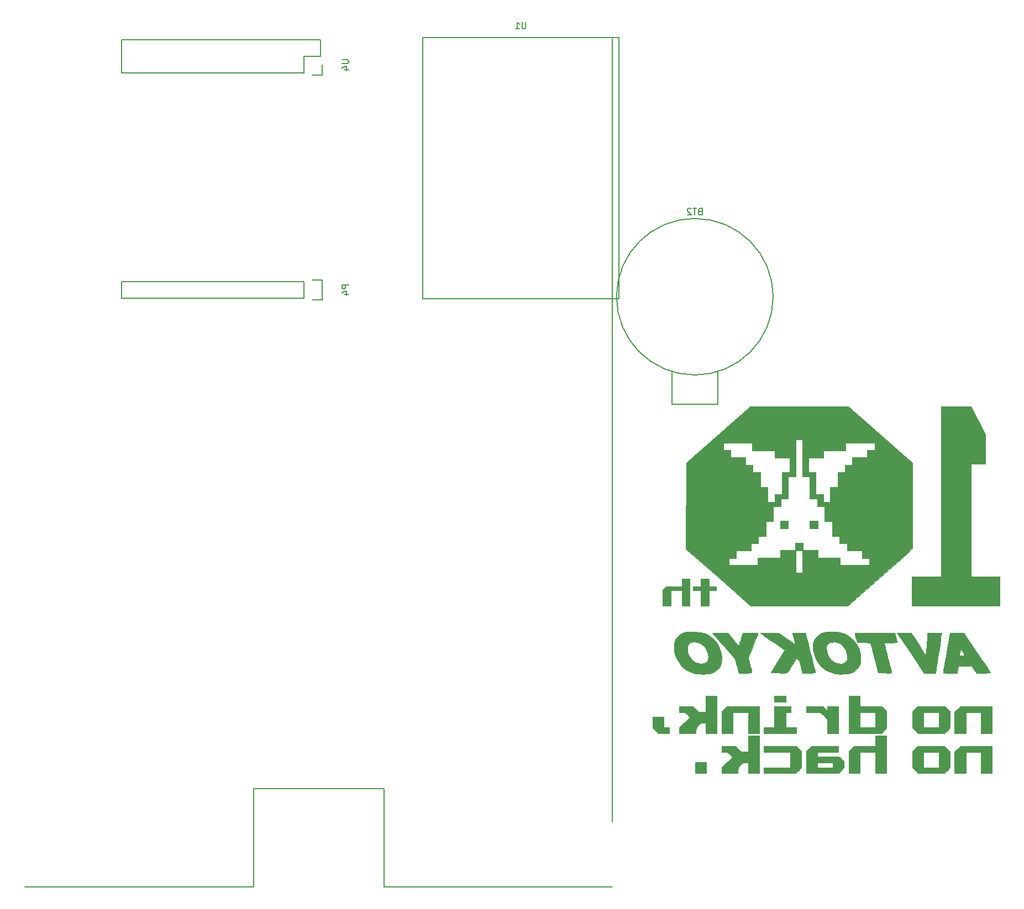
<source format=gbr>
G04 #@! TF.FileFunction,Legend,Bot*
%FSLAX46Y46*%
G04 Gerber Fmt 4.6, Leading zero omitted, Abs format (unit mm)*
G04 Created by KiCad (PCBNEW 4.0.2+dfsg1-stable) date 2017年10月10日 18時50分28秒*
%MOMM*%
G01*
G04 APERTURE LIST*
%ADD10C,0.100000*%
%ADD11C,0.200000*%
%ADD12C,0.010000*%
%ADD13C,0.150000*%
G04 APERTURE END LIST*
D10*
D11*
X181085600Y-156244800D02*
X181085600Y-36244800D01*
X146085600Y-166244800D02*
X181085600Y-166244800D01*
X146085600Y-151244800D02*
X146085600Y-166244800D01*
X126085600Y-151244800D02*
X146085600Y-151244800D01*
X126085600Y-166244800D02*
X126085600Y-151244800D01*
X91085600Y-166244800D02*
X126085600Y-166244800D01*
D12*
G36*
X233950541Y-145107296D02*
X233508933Y-145554458D01*
X233508933Y-148808800D01*
X235286933Y-148808800D01*
X235286933Y-145591467D01*
X237572933Y-145591467D01*
X237572933Y-148808800D01*
X239266267Y-148808800D01*
X239266267Y-144660133D01*
X234392149Y-144660133D01*
X233950541Y-145107296D01*
X233950541Y-145107296D01*
G37*
X233950541Y-145107296D02*
X233508933Y-145554458D01*
X233508933Y-148808800D01*
X235286933Y-148808800D01*
X235286933Y-145591467D01*
X237572933Y-145591467D01*
X237572933Y-148808800D01*
X239266267Y-148808800D01*
X239266267Y-144660133D01*
X234392149Y-144660133D01*
X233950541Y-145107296D01*
G36*
X227074267Y-145470283D02*
X227074267Y-148010832D01*
X227884417Y-148808800D01*
X232033632Y-148808800D01*
X232831600Y-147998650D01*
X232831600Y-145591467D01*
X231138267Y-145591467D01*
X231138267Y-147962133D01*
X228767600Y-147962133D01*
X228767600Y-145591467D01*
X231138267Y-145591467D01*
X232831600Y-145591467D01*
X232831600Y-145543349D01*
X232384438Y-145101741D01*
X231937275Y-144660133D01*
X227872235Y-144660133D01*
X227074267Y-145470283D01*
X227074267Y-145470283D01*
G37*
X227074267Y-145470283D02*
X227074267Y-148010832D01*
X227884417Y-148808800D01*
X232033632Y-148808800D01*
X232831600Y-147998650D01*
X232831600Y-145591467D01*
X231138267Y-145591467D01*
X231138267Y-147962133D01*
X228767600Y-147962133D01*
X228767600Y-145591467D01*
X231138267Y-145591467D01*
X232831600Y-145591467D01*
X232831600Y-145543349D01*
X232384438Y-145101741D01*
X231937275Y-144660133D01*
X227872235Y-144660133D01*
X227074267Y-145470283D01*
G36*
X221401600Y-144660133D02*
X218135568Y-144660133D01*
X217337600Y-145470283D01*
X217337600Y-148808800D01*
X219030933Y-148808800D01*
X219030933Y-145591467D01*
X221401600Y-145591467D01*
X221401600Y-148808800D01*
X223094933Y-148808800D01*
X223094933Y-143051467D01*
X221401600Y-143051467D01*
X221401600Y-144660133D01*
X221401600Y-144660133D01*
G37*
X221401600Y-144660133D02*
X218135568Y-144660133D01*
X217337600Y-145470283D01*
X217337600Y-148808800D01*
X219030933Y-148808800D01*
X219030933Y-145591467D01*
X221401600Y-145591467D01*
X221401600Y-148808800D01*
X223094933Y-148808800D01*
X223094933Y-143051467D01*
X221401600Y-143051467D01*
X221401600Y-144660133D01*
G36*
X210818267Y-145470283D02*
X210818267Y-148808800D01*
X215777632Y-148808800D01*
X216176616Y-148403725D01*
X216391433Y-148176042D01*
X216511031Y-148004274D01*
X216563133Y-147827897D01*
X216575464Y-147586385D01*
X216575600Y-147532709D01*
X216567754Y-147274653D01*
X216550398Y-147200133D01*
X214882267Y-147200133D01*
X214882267Y-147962133D01*
X212511600Y-147962133D01*
X212511600Y-147200133D01*
X214882267Y-147200133D01*
X216550398Y-147200133D01*
X216525558Y-147093488D01*
X216421029Y-146929461D01*
X216226184Y-146722822D01*
X216170525Y-146667784D01*
X215765450Y-146268800D01*
X212511600Y-146268800D01*
X212511600Y-145591467D01*
X215728933Y-145591467D01*
X215728933Y-144660133D01*
X211616235Y-144660133D01*
X210818267Y-145470283D01*
X210818267Y-145470283D01*
G37*
X210818267Y-145470283D02*
X210818267Y-148808800D01*
X215777632Y-148808800D01*
X216176616Y-148403725D01*
X216391433Y-148176042D01*
X216511031Y-148004274D01*
X216563133Y-147827897D01*
X216575464Y-147586385D01*
X216575600Y-147532709D01*
X216567754Y-147274653D01*
X216550398Y-147200133D01*
X214882267Y-147200133D01*
X214882267Y-147962133D01*
X212511600Y-147962133D01*
X212511600Y-147200133D01*
X214882267Y-147200133D01*
X216550398Y-147200133D01*
X216525558Y-147093488D01*
X216421029Y-146929461D01*
X216226184Y-146722822D01*
X216170525Y-146667784D01*
X215765450Y-146268800D01*
X212511600Y-146268800D01*
X212511600Y-145591467D01*
X215728933Y-145591467D01*
X215728933Y-144660133D01*
X211616235Y-144660133D01*
X210818267Y-145470283D01*
G36*
X204298933Y-145591467D02*
X208362933Y-145591467D01*
X208362933Y-147962133D01*
X204298933Y-147962133D01*
X204298933Y-148808800D01*
X209258299Y-148808800D01*
X210056267Y-147998650D01*
X210056267Y-145458101D01*
X209246117Y-144660133D01*
X204298933Y-144660133D01*
X204298933Y-145591467D01*
X204298933Y-145591467D01*
G37*
X204298933Y-145591467D02*
X208362933Y-145591467D01*
X208362933Y-147962133D01*
X204298933Y-147962133D01*
X204298933Y-148808800D01*
X209258299Y-148808800D01*
X210056267Y-147998650D01*
X210056267Y-145458101D01*
X209246117Y-144660133D01*
X204298933Y-144660133D01*
X204298933Y-145591467D01*
G36*
X201928267Y-145506800D02*
X200778901Y-145506800D01*
X200361933Y-145083467D01*
X199944966Y-144660133D01*
X197864267Y-144660133D01*
X197864267Y-145591467D01*
X198269972Y-145591467D01*
X198508164Y-145603469D01*
X198684955Y-145659323D01*
X198861185Y-145788798D01*
X199050526Y-145973410D01*
X199425376Y-146355354D01*
X198644821Y-147139168D01*
X197864267Y-147922981D01*
X197864267Y-148808800D01*
X200319600Y-148808800D01*
X200319600Y-148403450D01*
X200330610Y-148172446D01*
X200382665Y-147999268D01*
X200504308Y-147827245D01*
X200724077Y-147599706D01*
X200724675Y-147599117D01*
X200957584Y-147381450D01*
X201134234Y-147261278D01*
X201311707Y-147210287D01*
X201529008Y-147200133D01*
X201928267Y-147200133D01*
X201928267Y-148808800D01*
X203621600Y-148808800D01*
X203621600Y-143051467D01*
X201928267Y-143051467D01*
X201928267Y-145506800D01*
X201928267Y-145506800D01*
G37*
X201928267Y-145506800D02*
X200778901Y-145506800D01*
X200361933Y-145083467D01*
X199944966Y-144660133D01*
X197864267Y-144660133D01*
X197864267Y-145591467D01*
X198269972Y-145591467D01*
X198508164Y-145603469D01*
X198684955Y-145659323D01*
X198861185Y-145788798D01*
X199050526Y-145973410D01*
X199425376Y-146355354D01*
X198644821Y-147139168D01*
X197864267Y-147922981D01*
X197864267Y-148808800D01*
X200319600Y-148808800D01*
X200319600Y-148403450D01*
X200330610Y-148172446D01*
X200382665Y-147999268D01*
X200504308Y-147827245D01*
X200724077Y-147599706D01*
X200724675Y-147599117D01*
X200957584Y-147381450D01*
X201134234Y-147261278D01*
X201311707Y-147210287D01*
X201529008Y-147200133D01*
X201928267Y-147200133D01*
X201928267Y-148808800D01*
X203621600Y-148808800D01*
X203621600Y-143051467D01*
X201928267Y-143051467D01*
X201928267Y-145506800D01*
G36*
X193800267Y-148808800D02*
X195493600Y-148808800D01*
X195493600Y-147115467D01*
X193800267Y-147115467D01*
X193800267Y-148808800D01*
X193800267Y-148808800D01*
G37*
X193800267Y-148808800D02*
X195493600Y-148808800D01*
X195493600Y-147115467D01*
X193800267Y-147115467D01*
X193800267Y-148808800D01*
G36*
X233950541Y-139011296D02*
X233508933Y-139458458D01*
X233508933Y-142712800D01*
X235286933Y-142712800D01*
X235286933Y-139495467D01*
X237572933Y-139495467D01*
X237572933Y-142712800D01*
X239266267Y-142712800D01*
X239266267Y-138564133D01*
X234392149Y-138564133D01*
X233950541Y-139011296D01*
X233950541Y-139011296D01*
G37*
X233950541Y-139011296D02*
X233508933Y-139458458D01*
X233508933Y-142712800D01*
X235286933Y-142712800D01*
X235286933Y-139495467D01*
X237572933Y-139495467D01*
X237572933Y-142712800D01*
X239266267Y-142712800D01*
X239266267Y-138564133D01*
X234392149Y-138564133D01*
X233950541Y-139011296D01*
G36*
X227074267Y-139374283D02*
X227074267Y-141914832D01*
X227884417Y-142712800D01*
X232033632Y-142712800D01*
X232831600Y-141902650D01*
X232831600Y-139495467D01*
X231138267Y-139495467D01*
X231138267Y-141781467D01*
X228767600Y-141781467D01*
X228767600Y-139495467D01*
X231138267Y-139495467D01*
X232831600Y-139495467D01*
X232831600Y-139362101D01*
X232021450Y-138564133D01*
X227872235Y-138564133D01*
X227074267Y-139374283D01*
X227074267Y-139374283D01*
G37*
X227074267Y-139374283D02*
X227074267Y-141914832D01*
X227884417Y-142712800D01*
X232033632Y-142712800D01*
X232831600Y-141902650D01*
X232831600Y-139495467D01*
X231138267Y-139495467D01*
X231138267Y-141781467D01*
X228767600Y-141781467D01*
X228767600Y-139495467D01*
X231138267Y-139495467D01*
X232831600Y-139495467D01*
X232831600Y-139362101D01*
X232021450Y-138564133D01*
X227872235Y-138564133D01*
X227074267Y-139374283D01*
G36*
X217337600Y-142712800D02*
X222296966Y-142712800D01*
X222695950Y-142307725D01*
X223094933Y-141902650D01*
X223094933Y-139495467D01*
X221401600Y-139495467D01*
X221401600Y-141781467D01*
X219030933Y-141781467D01*
X219030933Y-139495467D01*
X221401600Y-139495467D01*
X223094933Y-139495467D01*
X223094933Y-139362101D01*
X222689859Y-138963117D01*
X222284784Y-138564133D01*
X219030933Y-138564133D01*
X219030933Y-136955467D01*
X217337600Y-136955467D01*
X217337600Y-142712800D01*
X217337600Y-142712800D01*
G37*
X217337600Y-142712800D02*
X222296966Y-142712800D01*
X222695950Y-142307725D01*
X223094933Y-141902650D01*
X223094933Y-139495467D01*
X221401600Y-139495467D01*
X221401600Y-141781467D01*
X219030933Y-141781467D01*
X219030933Y-139495467D01*
X221401600Y-139495467D01*
X223094933Y-139495467D01*
X223094933Y-139362101D01*
X222689859Y-138963117D01*
X222284784Y-138564133D01*
X219030933Y-138564133D01*
X219030933Y-136955467D01*
X217337600Y-136955467D01*
X217337600Y-142712800D01*
G36*
X214035600Y-139276723D02*
X213309524Y-138564133D01*
X210818267Y-138564133D01*
X210818267Y-139495467D01*
X212897142Y-139495467D01*
X213466371Y-140069091D01*
X214035600Y-140642716D01*
X214035600Y-142712800D01*
X215728933Y-142712800D01*
X215728933Y-138564133D01*
X214035600Y-138564133D01*
X214035600Y-139276723D01*
X214035600Y-139276723D01*
G37*
X214035600Y-139276723D02*
X213309524Y-138564133D01*
X210818267Y-138564133D01*
X210818267Y-139495467D01*
X212897142Y-139495467D01*
X213466371Y-140069091D01*
X214035600Y-140642716D01*
X214035600Y-142712800D01*
X215728933Y-142712800D01*
X215728933Y-138564133D01*
X214035600Y-138564133D01*
X214035600Y-139276723D01*
G36*
X205907600Y-141781467D02*
X204298933Y-141781467D01*
X204298933Y-142712800D01*
X209294267Y-142712800D01*
X209294267Y-141781467D01*
X207685600Y-141781467D01*
X207685600Y-139495467D01*
X208447600Y-139495467D01*
X208447600Y-138564133D01*
X205907600Y-138564133D01*
X205907600Y-141781467D01*
X205907600Y-141781467D01*
G37*
X205907600Y-141781467D02*
X204298933Y-141781467D01*
X204298933Y-142712800D01*
X209294267Y-142712800D01*
X209294267Y-141781467D01*
X207685600Y-141781467D01*
X207685600Y-139495467D01*
X208447600Y-139495467D01*
X208447600Y-138564133D01*
X205907600Y-138564133D01*
X205907600Y-141781467D01*
G36*
X197864267Y-139374283D02*
X197864267Y-142712800D01*
X199557600Y-142712800D01*
X199557600Y-139495467D01*
X201928267Y-139495467D01*
X201928267Y-142712800D01*
X203621600Y-142712800D01*
X203621600Y-138564133D01*
X198662235Y-138564133D01*
X197864267Y-139374283D01*
X197864267Y-139374283D01*
G37*
X197864267Y-139374283D02*
X197864267Y-142712800D01*
X199557600Y-142712800D01*
X199557600Y-139495467D01*
X201928267Y-139495467D01*
X201928267Y-142712800D01*
X203621600Y-142712800D01*
X203621600Y-138564133D01*
X198662235Y-138564133D01*
X197864267Y-139374283D01*
G36*
X195408933Y-139410800D02*
X194259568Y-139410800D01*
X193842600Y-138987467D01*
X193425632Y-138564133D01*
X191344933Y-138564133D01*
X191344933Y-139495467D01*
X191750639Y-139495467D01*
X191988830Y-139507469D01*
X192165622Y-139563323D01*
X192341852Y-139692798D01*
X192531193Y-139877410D01*
X192906043Y-140259354D01*
X192125488Y-141043168D01*
X191344933Y-141826981D01*
X191344933Y-142712800D01*
X193884933Y-142712800D01*
X193884933Y-142307450D01*
X193895943Y-142076446D01*
X193947999Y-141903268D01*
X194069641Y-141731245D01*
X194289411Y-141503706D01*
X194290008Y-141503117D01*
X194527968Y-141282518D01*
X194709705Y-141161600D01*
X194889648Y-141111866D01*
X195052008Y-141104133D01*
X195408933Y-141104133D01*
X195408933Y-142712800D01*
X197102267Y-142712800D01*
X197102267Y-136955467D01*
X195408933Y-136955467D01*
X195408933Y-139410800D01*
X195408933Y-139410800D01*
G37*
X195408933Y-139410800D02*
X194259568Y-139410800D01*
X193842600Y-138987467D01*
X193425632Y-138564133D01*
X191344933Y-138564133D01*
X191344933Y-139495467D01*
X191750639Y-139495467D01*
X191988830Y-139507469D01*
X192165622Y-139563323D01*
X192341852Y-139692798D01*
X192531193Y-139877410D01*
X192906043Y-140259354D01*
X192125488Y-141043168D01*
X191344933Y-141826981D01*
X191344933Y-142712800D01*
X193884933Y-142712800D01*
X193884933Y-142307450D01*
X193895943Y-142076446D01*
X193947999Y-141903268D01*
X194069641Y-141731245D01*
X194289411Y-141503706D01*
X194290008Y-141503117D01*
X194527968Y-141282518D01*
X194709705Y-141161600D01*
X194889648Y-141111866D01*
X195052008Y-141104133D01*
X195408933Y-141104133D01*
X195408933Y-142712800D01*
X197102267Y-142712800D01*
X197102267Y-136955467D01*
X195408933Y-136955467D01*
X195408933Y-139410800D01*
G36*
X187280933Y-141914832D02*
X188091083Y-142712800D01*
X189820933Y-142712800D01*
X189820933Y-141781467D01*
X188974267Y-141781467D01*
X188974267Y-140172800D01*
X187280933Y-140172800D01*
X187280933Y-141914832D01*
X187280933Y-141914832D01*
G37*
X187280933Y-141914832D02*
X188091083Y-142712800D01*
X189820933Y-142712800D01*
X189820933Y-141781467D01*
X188974267Y-141781467D01*
X188974267Y-140172800D01*
X187280933Y-140172800D01*
X187280933Y-141914832D01*
G36*
X205907600Y-137886800D02*
X207685600Y-137886800D01*
X207685600Y-136955467D01*
X205907600Y-136955467D01*
X205907600Y-137886800D01*
X205907600Y-137886800D01*
G37*
X205907600Y-137886800D02*
X207685600Y-137886800D01*
X207685600Y-136955467D01*
X205907600Y-136955467D01*
X205907600Y-137886800D01*
G36*
X214065455Y-127155551D02*
X213554094Y-127224932D01*
X213138627Y-127353071D01*
X212784633Y-127549761D01*
X212532783Y-127753634D01*
X212142903Y-128198999D01*
X211897690Y-128695601D01*
X211792661Y-129260363D01*
X211823329Y-129910212D01*
X211878036Y-130224467D01*
X212122504Y-131029038D01*
X212498812Y-131754222D01*
X212991545Y-132384158D01*
X213585285Y-132902984D01*
X214264616Y-133294841D01*
X215014121Y-133543866D01*
X215127023Y-133567047D01*
X215554634Y-133621046D01*
X216060322Y-133643947D01*
X216583367Y-133636660D01*
X217063050Y-133600098D01*
X217438652Y-133535172D01*
X217450010Y-133532171D01*
X218003758Y-133300553D01*
X218481778Y-132936213D01*
X218808874Y-132528057D01*
X218957802Y-132246428D01*
X219044852Y-131956539D01*
X219091003Y-131584165D01*
X219095967Y-131512391D01*
X219085565Y-131192611D01*
X217081453Y-131192611D01*
X217068530Y-131385196D01*
X217005341Y-131527256D01*
X216874299Y-131677857D01*
X216807093Y-131745574D01*
X216620143Y-131916616D01*
X216453994Y-132006174D01*
X216239422Y-132040171D01*
X216008024Y-132044800D01*
X215558819Y-132003948D01*
X215146953Y-131863363D01*
X215065857Y-131824380D01*
X214606698Y-131504396D01*
X214244443Y-131063800D01*
X213995157Y-130530769D01*
X213874904Y-129933482D01*
X213866267Y-129720280D01*
X213921841Y-129298571D01*
X214094143Y-128995580D01*
X214391547Y-128799897D01*
X214585933Y-128739624D01*
X215113170Y-128697084D01*
X215615535Y-128806808D01*
X216073473Y-129051806D01*
X216467432Y-129415093D01*
X216777857Y-129879681D01*
X216985195Y-130428582D01*
X217061696Y-130890433D01*
X217081453Y-131192611D01*
X219085565Y-131192611D01*
X219068764Y-130676145D01*
X218881325Y-129884865D01*
X218539315Y-129152914D01*
X218048396Y-128494655D01*
X217811700Y-128255294D01*
X217284134Y-127818520D01*
X216748101Y-127501345D01*
X216166950Y-127290544D01*
X215504026Y-127172893D01*
X214722677Y-127135167D01*
X214707134Y-127135138D01*
X214065455Y-127155551D01*
X214065455Y-127155551D01*
G37*
X214065455Y-127155551D02*
X213554094Y-127224932D01*
X213138627Y-127353071D01*
X212784633Y-127549761D01*
X212532783Y-127753634D01*
X212142903Y-128198999D01*
X211897690Y-128695601D01*
X211792661Y-129260363D01*
X211823329Y-129910212D01*
X211878036Y-130224467D01*
X212122504Y-131029038D01*
X212498812Y-131754222D01*
X212991545Y-132384158D01*
X213585285Y-132902984D01*
X214264616Y-133294841D01*
X215014121Y-133543866D01*
X215127023Y-133567047D01*
X215554634Y-133621046D01*
X216060322Y-133643947D01*
X216583367Y-133636660D01*
X217063050Y-133600098D01*
X217438652Y-133535172D01*
X217450010Y-133532171D01*
X218003758Y-133300553D01*
X218481778Y-132936213D01*
X218808874Y-132528057D01*
X218957802Y-132246428D01*
X219044852Y-131956539D01*
X219091003Y-131584165D01*
X219095967Y-131512391D01*
X219085565Y-131192611D01*
X217081453Y-131192611D01*
X217068530Y-131385196D01*
X217005341Y-131527256D01*
X216874299Y-131677857D01*
X216807093Y-131745574D01*
X216620143Y-131916616D01*
X216453994Y-132006174D01*
X216239422Y-132040171D01*
X216008024Y-132044800D01*
X215558819Y-132003948D01*
X215146953Y-131863363D01*
X215065857Y-131824380D01*
X214606698Y-131504396D01*
X214244443Y-131063800D01*
X213995157Y-130530769D01*
X213874904Y-129933482D01*
X213866267Y-129720280D01*
X213921841Y-129298571D01*
X214094143Y-128995580D01*
X214391547Y-128799897D01*
X214585933Y-128739624D01*
X215113170Y-128697084D01*
X215615535Y-128806808D01*
X216073473Y-129051806D01*
X216467432Y-129415093D01*
X216777857Y-129879681D01*
X216985195Y-130428582D01*
X217061696Y-130890433D01*
X217081453Y-131192611D01*
X219085565Y-131192611D01*
X219068764Y-130676145D01*
X218881325Y-129884865D01*
X218539315Y-129152914D01*
X218048396Y-128494655D01*
X217811700Y-128255294D01*
X217284134Y-127818520D01*
X216748101Y-127501345D01*
X216166950Y-127290544D01*
X215504026Y-127172893D01*
X214722677Y-127135167D01*
X214707134Y-127135138D01*
X214065455Y-127155551D01*
G36*
X192454484Y-127178277D02*
X192040274Y-127262661D01*
X191692942Y-127407420D01*
X191379388Y-127621828D01*
X191130398Y-127849958D01*
X190823327Y-128207148D01*
X190628777Y-128571635D01*
X190527266Y-128994808D01*
X190499272Y-129514623D01*
X190580762Y-130318556D01*
X190812284Y-131078469D01*
X191178988Y-131774902D01*
X191666023Y-132388398D01*
X192258538Y-132899495D01*
X192941684Y-133288735D01*
X193539393Y-133498249D01*
X193944742Y-133573400D01*
X194443960Y-133621111D01*
X194977325Y-133639864D01*
X195485116Y-133628144D01*
X195907614Y-133584434D01*
X196024082Y-133561345D01*
X196608161Y-133344740D01*
X197106012Y-133000173D01*
X197492345Y-132548183D01*
X197660879Y-132232148D01*
X197744555Y-131925753D01*
X197791487Y-131505846D01*
X197798838Y-131263260D01*
X197780802Y-131074826D01*
X195771457Y-131074826D01*
X195702692Y-131480233D01*
X195509546Y-131786327D01*
X195327562Y-131921070D01*
X195041384Y-132009069D01*
X194664768Y-132036201D01*
X194264688Y-132004009D01*
X193908118Y-131914036D01*
X193842600Y-131886840D01*
X193470098Y-131653241D01*
X193150067Y-131331270D01*
X192889799Y-130947691D01*
X192696586Y-130529269D01*
X192577719Y-130102767D01*
X192540492Y-129694949D01*
X192592194Y-129332580D01*
X192740120Y-129042424D01*
X192991560Y-128851245D01*
X193013107Y-128842308D01*
X193394575Y-128718847D01*
X193720923Y-128690349D01*
X194073822Y-128751961D01*
X194154247Y-128774515D01*
X194696883Y-129012595D01*
X195132791Y-129379319D01*
X195464282Y-129877372D01*
X195693665Y-130509436D01*
X195711928Y-130583714D01*
X195771457Y-131074826D01*
X197780802Y-131074826D01*
X197721835Y-130458783D01*
X197492051Y-129687401D01*
X197122655Y-128976145D01*
X196626811Y-128352049D01*
X196193933Y-127968068D01*
X195759583Y-127666081D01*
X195345444Y-127448332D01*
X194907168Y-127300810D01*
X194400407Y-127209503D01*
X193780813Y-127160399D01*
X193615932Y-127153538D01*
X192968670Y-127144994D01*
X192454484Y-127178277D01*
X192454484Y-127178277D01*
G37*
X192454484Y-127178277D02*
X192040274Y-127262661D01*
X191692942Y-127407420D01*
X191379388Y-127621828D01*
X191130398Y-127849958D01*
X190823327Y-128207148D01*
X190628777Y-128571635D01*
X190527266Y-128994808D01*
X190499272Y-129514623D01*
X190580762Y-130318556D01*
X190812284Y-131078469D01*
X191178988Y-131774902D01*
X191666023Y-132388398D01*
X192258538Y-132899495D01*
X192941684Y-133288735D01*
X193539393Y-133498249D01*
X193944742Y-133573400D01*
X194443960Y-133621111D01*
X194977325Y-133639864D01*
X195485116Y-133628144D01*
X195907614Y-133584434D01*
X196024082Y-133561345D01*
X196608161Y-133344740D01*
X197106012Y-133000173D01*
X197492345Y-132548183D01*
X197660879Y-132232148D01*
X197744555Y-131925753D01*
X197791487Y-131505846D01*
X197798838Y-131263260D01*
X197780802Y-131074826D01*
X195771457Y-131074826D01*
X195702692Y-131480233D01*
X195509546Y-131786327D01*
X195327562Y-131921070D01*
X195041384Y-132009069D01*
X194664768Y-132036201D01*
X194264688Y-132004009D01*
X193908118Y-131914036D01*
X193842600Y-131886840D01*
X193470098Y-131653241D01*
X193150067Y-131331270D01*
X192889799Y-130947691D01*
X192696586Y-130529269D01*
X192577719Y-130102767D01*
X192540492Y-129694949D01*
X192592194Y-129332580D01*
X192740120Y-129042424D01*
X192991560Y-128851245D01*
X193013107Y-128842308D01*
X193394575Y-128718847D01*
X193720923Y-128690349D01*
X194073822Y-128751961D01*
X194154247Y-128774515D01*
X194696883Y-129012595D01*
X195132791Y-129379319D01*
X195464282Y-129877372D01*
X195693665Y-130509436D01*
X195711928Y-130583714D01*
X195771457Y-131074826D01*
X197780802Y-131074826D01*
X197721835Y-130458783D01*
X197492051Y-129687401D01*
X197122655Y-128976145D01*
X196626811Y-128352049D01*
X196193933Y-127968068D01*
X195759583Y-127666081D01*
X195345444Y-127448332D01*
X194907168Y-127300810D01*
X194400407Y-127209503D01*
X193780813Y-127160399D01*
X193615932Y-127153538D01*
X192968670Y-127144994D01*
X192454484Y-127178277D01*
G36*
X232288484Y-130285739D02*
X232171739Y-130978830D01*
X232062567Y-131620880D01*
X231964377Y-132192296D01*
X231880580Y-132673486D01*
X231814584Y-133044857D01*
X231769800Y-133286817D01*
X231750259Y-133378300D01*
X231774062Y-133423578D01*
X231896104Y-133454781D01*
X232136115Y-133473872D01*
X232513822Y-133482818D01*
X232812678Y-133484133D01*
X233912540Y-133484133D01*
X233971476Y-132933800D01*
X234030411Y-132383467D01*
X236113711Y-132383467D01*
X236830823Y-133484133D01*
X237921545Y-133484133D01*
X238328714Y-133479513D01*
X238666399Y-133466878D01*
X238903122Y-133448064D01*
X239007405Y-133424909D01*
X239009696Y-133420633D01*
X238962796Y-133339542D01*
X238829761Y-133133563D01*
X238620415Y-132817329D01*
X238344582Y-132405472D01*
X238012086Y-131912622D01*
X237632751Y-131353413D01*
X237216401Y-130742476D01*
X237208666Y-130731164D01*
X235032933Y-130731164D01*
X234957187Y-130757176D01*
X234765519Y-130772789D01*
X234651194Y-130774800D01*
X234269454Y-130774800D01*
X234324287Y-130287967D01*
X234356625Y-130022252D01*
X234383807Y-129836306D01*
X234396859Y-129778690D01*
X234447341Y-129830015D01*
X234558526Y-129981409D01*
X234701353Y-130189357D01*
X234846763Y-130410343D01*
X234965694Y-130600853D01*
X235029087Y-130717371D01*
X235032933Y-130731164D01*
X237208666Y-130731164D01*
X236949004Y-130351467D01*
X234890883Y-127345800D01*
X233840075Y-127322405D01*
X232789267Y-127299011D01*
X232288484Y-130285739D01*
X232288484Y-130285739D01*
G37*
X232288484Y-130285739D02*
X232171739Y-130978830D01*
X232062567Y-131620880D01*
X231964377Y-132192296D01*
X231880580Y-132673486D01*
X231814584Y-133044857D01*
X231769800Y-133286817D01*
X231750259Y-133378300D01*
X231774062Y-133423578D01*
X231896104Y-133454781D01*
X232136115Y-133473872D01*
X232513822Y-133482818D01*
X232812678Y-133484133D01*
X233912540Y-133484133D01*
X233971476Y-132933800D01*
X234030411Y-132383467D01*
X236113711Y-132383467D01*
X236830823Y-133484133D01*
X237921545Y-133484133D01*
X238328714Y-133479513D01*
X238666399Y-133466878D01*
X238903122Y-133448064D01*
X239007405Y-133424909D01*
X239009696Y-133420633D01*
X238962796Y-133339542D01*
X238829761Y-133133563D01*
X238620415Y-132817329D01*
X238344582Y-132405472D01*
X238012086Y-131912622D01*
X237632751Y-131353413D01*
X237216401Y-130742476D01*
X237208666Y-130731164D01*
X235032933Y-130731164D01*
X234957187Y-130757176D01*
X234765519Y-130772789D01*
X234651194Y-130774800D01*
X234269454Y-130774800D01*
X234324287Y-130287967D01*
X234356625Y-130022252D01*
X234383807Y-129836306D01*
X234396859Y-129778690D01*
X234447341Y-129830015D01*
X234558526Y-129981409D01*
X234701353Y-130189357D01*
X234846763Y-130410343D01*
X234965694Y-130600853D01*
X235029087Y-130717371D01*
X235032933Y-130731164D01*
X237208666Y-130731164D01*
X236949004Y-130351467D01*
X234890883Y-127345800D01*
X233840075Y-127322405D01*
X232789267Y-127299011D01*
X232288484Y-130285739D01*
G36*
X229354501Y-127536300D02*
X229345131Y-127693409D01*
X229322633Y-127987445D01*
X229289618Y-128386736D01*
X229248701Y-128859607D01*
X229206334Y-129332287D01*
X229063933Y-130895441D01*
X228010713Y-129132969D01*
X227713654Y-128640705D01*
X227441241Y-128198435D01*
X227206507Y-127826586D01*
X227022488Y-127545588D01*
X226902216Y-127375868D01*
X226863017Y-127334244D01*
X226745668Y-127322092D01*
X226495586Y-127315690D01*
X226149285Y-127315437D01*
X225743281Y-127321733D01*
X225736227Y-127321895D01*
X224703913Y-127345800D01*
X226749298Y-130414967D01*
X228794683Y-133484133D01*
X230591632Y-133484133D01*
X231038220Y-130457300D01*
X231140633Y-129760768D01*
X231234562Y-129117278D01*
X231317262Y-128546003D01*
X231385985Y-128066121D01*
X231437985Y-127696806D01*
X231470516Y-127457233D01*
X231480871Y-127366967D01*
X231399999Y-127342902D01*
X231182025Y-127323023D01*
X230859164Y-127309255D01*
X230463632Y-127303524D01*
X230418600Y-127303467D01*
X229360267Y-127303467D01*
X229354501Y-127536300D01*
X229354501Y-127536300D01*
G37*
X229354501Y-127536300D02*
X229345131Y-127693409D01*
X229322633Y-127987445D01*
X229289618Y-128386736D01*
X229248701Y-128859607D01*
X229206334Y-129332287D01*
X229063933Y-130895441D01*
X228010713Y-129132969D01*
X227713654Y-128640705D01*
X227441241Y-128198435D01*
X227206507Y-127826586D01*
X227022488Y-127545588D01*
X226902216Y-127375868D01*
X226863017Y-127334244D01*
X226745668Y-127322092D01*
X226495586Y-127315690D01*
X226149285Y-127315437D01*
X225743281Y-127321733D01*
X225736227Y-127321895D01*
X224703913Y-127345800D01*
X226749298Y-130414967D01*
X228794683Y-133484133D01*
X230591632Y-133484133D01*
X231038220Y-130457300D01*
X231140633Y-129760768D01*
X231234562Y-129117278D01*
X231317262Y-128546003D01*
X231385985Y-128066121D01*
X231437985Y-127696806D01*
X231470516Y-127457233D01*
X231480871Y-127366967D01*
X231399999Y-127342902D01*
X231182025Y-127323023D01*
X230859164Y-127309255D01*
X230463632Y-127303524D01*
X230418600Y-127303467D01*
X229360267Y-127303467D01*
X229354501Y-127536300D01*
G36*
X220556558Y-127304028D02*
X219910494Y-127305625D01*
X219339725Y-127308129D01*
X218863051Y-127311410D01*
X218499270Y-127315339D01*
X218267180Y-127319786D01*
X218185581Y-127324621D01*
X218185582Y-127324633D01*
X218207033Y-127410027D01*
X218263276Y-127620394D01*
X218344034Y-127917484D01*
X218384589Y-128065467D01*
X218582282Y-128785133D01*
X219598481Y-128808806D01*
X220614679Y-128832478D01*
X221784681Y-133441800D01*
X222827357Y-133465625D01*
X223262250Y-133473867D01*
X223554136Y-133472827D01*
X223729235Y-133459168D01*
X223813767Y-133429555D01*
X223833955Y-133380651D01*
X223825494Y-133338625D01*
X223792874Y-133217216D01*
X223724824Y-132956002D01*
X223627604Y-132579299D01*
X223507477Y-132111422D01*
X223370704Y-131576688D01*
X223263365Y-131155800D01*
X223118451Y-130587662D01*
X222985706Y-130068705D01*
X222871370Y-129623204D01*
X222781681Y-129275432D01*
X222722879Y-129049664D01*
X222702982Y-128975633D01*
X222698392Y-128913374D01*
X222744716Y-128871408D01*
X222868219Y-128845796D01*
X223095169Y-128832600D01*
X223451832Y-128827879D01*
X223690953Y-128827467D01*
X224142349Y-128823348D01*
X224444706Y-128809561D01*
X224618150Y-128783954D01*
X224682809Y-128744378D01*
X224681850Y-128721633D01*
X224644508Y-128592840D01*
X224581528Y-128347062D01*
X224505138Y-128032360D01*
X224487978Y-127959633D01*
X224333972Y-127303467D01*
X221259119Y-127303467D01*
X220556558Y-127304028D01*
X220556558Y-127304028D01*
G37*
X220556558Y-127304028D02*
X219910494Y-127305625D01*
X219339725Y-127308129D01*
X218863051Y-127311410D01*
X218499270Y-127315339D01*
X218267180Y-127319786D01*
X218185581Y-127324621D01*
X218185582Y-127324633D01*
X218207033Y-127410027D01*
X218263276Y-127620394D01*
X218344034Y-127917484D01*
X218384589Y-128065467D01*
X218582282Y-128785133D01*
X219598481Y-128808806D01*
X220614679Y-128832478D01*
X221784681Y-133441800D01*
X222827357Y-133465625D01*
X223262250Y-133473867D01*
X223554136Y-133472827D01*
X223729235Y-133459168D01*
X223813767Y-133429555D01*
X223833955Y-133380651D01*
X223825494Y-133338625D01*
X223792874Y-133217216D01*
X223724824Y-132956002D01*
X223627604Y-132579299D01*
X223507477Y-132111422D01*
X223370704Y-131576688D01*
X223263365Y-131155800D01*
X223118451Y-130587662D01*
X222985706Y-130068705D01*
X222871370Y-129623204D01*
X222781681Y-129275432D01*
X222722879Y-129049664D01*
X222702982Y-128975633D01*
X222698392Y-128913374D01*
X222744716Y-128871408D01*
X222868219Y-128845796D01*
X223095169Y-128832600D01*
X223451832Y-128827879D01*
X223690953Y-128827467D01*
X224142349Y-128823348D01*
X224444706Y-128809561D01*
X224618150Y-128783954D01*
X224682809Y-128744378D01*
X224681850Y-128721633D01*
X224644508Y-128592840D01*
X224581528Y-128347062D01*
X224505138Y-128032360D01*
X224487978Y-127959633D01*
X224333972Y-127303467D01*
X221259119Y-127303467D01*
X220556558Y-127304028D01*
G36*
X204564748Y-127307882D02*
X204148478Y-127320701D01*
X203874661Y-127341278D01*
X203754247Y-127368971D01*
X203752833Y-127383394D01*
X203841931Y-127451243D01*
X204051404Y-127601128D01*
X204361866Y-127819478D01*
X204753932Y-128092723D01*
X205208214Y-128407291D01*
X205660359Y-128718721D01*
X207487451Y-129974121D01*
X206404054Y-131707960D01*
X205320658Y-133441800D01*
X206520402Y-133465397D01*
X206959243Y-133471397D01*
X207340245Y-133471667D01*
X207629997Y-133466554D01*
X207795090Y-133456406D01*
X207816715Y-133451936D01*
X207891265Y-133369258D01*
X208032619Y-133166021D01*
X208223538Y-132868669D01*
X208446781Y-132503648D01*
X208565407Y-132303564D01*
X209217530Y-131192249D01*
X209459145Y-131364294D01*
X209570047Y-131460701D01*
X209660133Y-131592581D01*
X209743174Y-131792878D01*
X209832947Y-132094534D01*
X209938290Y-132510236D01*
X210175819Y-133484133D01*
X211174376Y-133484133D01*
X211562948Y-133478046D01*
X211880897Y-133461477D01*
X212095223Y-133436964D01*
X212172933Y-133407345D01*
X212152652Y-133310348D01*
X212094933Y-133068173D01*
X212004464Y-132699650D01*
X211885935Y-132223609D01*
X211744033Y-131658881D01*
X211583446Y-131024297D01*
X211410933Y-130346790D01*
X211236763Y-129664000D01*
X211076588Y-129034554D01*
X210935074Y-128476903D01*
X210816887Y-128009497D01*
X210726691Y-127650785D01*
X210669151Y-127419218D01*
X210648934Y-127333246D01*
X210648933Y-127333245D01*
X210569707Y-127321779D01*
X210353780Y-127312360D01*
X210033782Y-127305940D01*
X209642344Y-127303470D01*
X209627228Y-127303467D01*
X209196946Y-127305410D01*
X208909640Y-127313901D01*
X208738972Y-127332931D01*
X208658604Y-127366491D01*
X208642198Y-127418571D01*
X208649401Y-127451633D01*
X208725107Y-127724032D01*
X208808011Y-128048272D01*
X208888563Y-128383132D01*
X208957212Y-128687391D01*
X209004406Y-128919828D01*
X209020596Y-129039222D01*
X209018901Y-129046388D01*
X208944370Y-129008794D01*
X208755835Y-128886018D01*
X208475589Y-128693359D01*
X208125928Y-128446116D01*
X207770782Y-128189916D01*
X206552641Y-127303467D01*
X205112521Y-127303467D01*
X204564748Y-127307882D01*
X204564748Y-127307882D01*
G37*
X204564748Y-127307882D02*
X204148478Y-127320701D01*
X203874661Y-127341278D01*
X203754247Y-127368971D01*
X203752833Y-127383394D01*
X203841931Y-127451243D01*
X204051404Y-127601128D01*
X204361866Y-127819478D01*
X204753932Y-128092723D01*
X205208214Y-128407291D01*
X205660359Y-128718721D01*
X207487451Y-129974121D01*
X206404054Y-131707960D01*
X205320658Y-133441800D01*
X206520402Y-133465397D01*
X206959243Y-133471397D01*
X207340245Y-133471667D01*
X207629997Y-133466554D01*
X207795090Y-133456406D01*
X207816715Y-133451936D01*
X207891265Y-133369258D01*
X208032619Y-133166021D01*
X208223538Y-132868669D01*
X208446781Y-132503648D01*
X208565407Y-132303564D01*
X209217530Y-131192249D01*
X209459145Y-131364294D01*
X209570047Y-131460701D01*
X209660133Y-131592581D01*
X209743174Y-131792878D01*
X209832947Y-132094534D01*
X209938290Y-132510236D01*
X210175819Y-133484133D01*
X211174376Y-133484133D01*
X211562948Y-133478046D01*
X211880897Y-133461477D01*
X212095223Y-133436964D01*
X212172933Y-133407345D01*
X212152652Y-133310348D01*
X212094933Y-133068173D01*
X212004464Y-132699650D01*
X211885935Y-132223609D01*
X211744033Y-131658881D01*
X211583446Y-131024297D01*
X211410933Y-130346790D01*
X211236763Y-129664000D01*
X211076588Y-129034554D01*
X210935074Y-128476903D01*
X210816887Y-128009497D01*
X210726691Y-127650785D01*
X210669151Y-127419218D01*
X210648934Y-127333246D01*
X210648933Y-127333245D01*
X210569707Y-127321779D01*
X210353780Y-127312360D01*
X210033782Y-127305940D01*
X209642344Y-127303470D01*
X209627228Y-127303467D01*
X209196946Y-127305410D01*
X208909640Y-127313901D01*
X208738972Y-127332931D01*
X208658604Y-127366491D01*
X208642198Y-127418571D01*
X208649401Y-127451633D01*
X208725107Y-127724032D01*
X208808011Y-128048272D01*
X208888563Y-128383132D01*
X208957212Y-128687391D01*
X209004406Y-128919828D01*
X209020596Y-129039222D01*
X209018901Y-129046388D01*
X208944370Y-129008794D01*
X208755835Y-128886018D01*
X208475589Y-128693359D01*
X208125928Y-128446116D01*
X207770782Y-128189916D01*
X206552641Y-127303467D01*
X205112521Y-127303467D01*
X204564748Y-127307882D01*
G36*
X197061845Y-127305493D02*
X196733821Y-127311134D01*
X196529535Y-127324435D01*
X196426193Y-127348304D01*
X196401003Y-127385649D01*
X196431172Y-127439377D01*
X196435733Y-127445005D01*
X196520510Y-127542582D01*
X196703097Y-127748915D01*
X196968147Y-128046787D01*
X197300309Y-128418983D01*
X197684236Y-128848288D01*
X198104579Y-129317485D01*
X198206613Y-129431261D01*
X199861293Y-131275978D01*
X200060955Y-132104889D01*
X200155036Y-132491540D01*
X200242903Y-132845771D01*
X200311597Y-133115643D01*
X200336421Y-133208967D01*
X200412226Y-133484133D01*
X201424247Y-133484133D01*
X201815407Y-133479166D01*
X202135932Y-133465635D01*
X202353126Y-133445596D01*
X202434292Y-133421105D01*
X202434305Y-133420633D01*
X202413771Y-133319406D01*
X202358851Y-133086164D01*
X202277289Y-132752903D01*
X202176830Y-132351618D01*
X202147823Y-132237142D01*
X201863302Y-131117150D01*
X202615451Y-129283199D01*
X202828375Y-128760941D01*
X203017913Y-128290122D01*
X203175071Y-127893573D01*
X203290855Y-127594126D01*
X203356270Y-127414610D01*
X203367600Y-127373968D01*
X203288096Y-127348209D01*
X203070028Y-127329729D01*
X202744063Y-127319900D01*
X202340866Y-127320096D01*
X202212938Y-127322244D01*
X201058275Y-127345800D01*
X200789629Y-128195480D01*
X200671928Y-128564733D01*
X200568075Y-128885068D01*
X200491736Y-129114628D01*
X200462204Y-129198334D01*
X200420217Y-129234078D01*
X200337681Y-129194610D01*
X200200583Y-129066141D01*
X199994913Y-128834884D01*
X199706656Y-128487050D01*
X199578346Y-128328627D01*
X198753267Y-127305745D01*
X197536400Y-127304606D01*
X197061845Y-127305493D01*
X197061845Y-127305493D01*
G37*
X197061845Y-127305493D02*
X196733821Y-127311134D01*
X196529535Y-127324435D01*
X196426193Y-127348304D01*
X196401003Y-127385649D01*
X196431172Y-127439377D01*
X196435733Y-127445005D01*
X196520510Y-127542582D01*
X196703097Y-127748915D01*
X196968147Y-128046787D01*
X197300309Y-128418983D01*
X197684236Y-128848288D01*
X198104579Y-129317485D01*
X198206613Y-129431261D01*
X199861293Y-131275978D01*
X200060955Y-132104889D01*
X200155036Y-132491540D01*
X200242903Y-132845771D01*
X200311597Y-133115643D01*
X200336421Y-133208967D01*
X200412226Y-133484133D01*
X201424247Y-133484133D01*
X201815407Y-133479166D01*
X202135932Y-133465635D01*
X202353126Y-133445596D01*
X202434292Y-133421105D01*
X202434305Y-133420633D01*
X202413771Y-133319406D01*
X202358851Y-133086164D01*
X202277289Y-132752903D01*
X202176830Y-132351618D01*
X202147823Y-132237142D01*
X201863302Y-131117150D01*
X202615451Y-129283199D01*
X202828375Y-128760941D01*
X203017913Y-128290122D01*
X203175071Y-127893573D01*
X203290855Y-127594126D01*
X203356270Y-127414610D01*
X203367600Y-127373968D01*
X203288096Y-127348209D01*
X203070028Y-127329729D01*
X202744063Y-127319900D01*
X202340866Y-127320096D01*
X202212938Y-127322244D01*
X201058275Y-127345800D01*
X200789629Y-128195480D01*
X200671928Y-128564733D01*
X200568075Y-128885068D01*
X200491736Y-129114628D01*
X200462204Y-129198334D01*
X200420217Y-129234078D01*
X200337681Y-129194610D01*
X200200583Y-129066141D01*
X199994913Y-128834884D01*
X199706656Y-128487050D01*
X199578346Y-128328627D01*
X198753267Y-127305745D01*
X197536400Y-127304606D01*
X197061845Y-127305493D01*
G36*
X231476933Y-118667467D02*
X226989600Y-118667467D01*
X226989600Y-123154800D01*
X240451600Y-123154800D01*
X240451600Y-118667467D01*
X236048933Y-118667467D01*
X236048933Y-101395467D01*
X238250267Y-101395467D01*
X238250267Y-96894776D01*
X237142876Y-94742455D01*
X236035485Y-92590133D01*
X231476933Y-92590133D01*
X231476933Y-118667467D01*
X231476933Y-118667467D01*
G37*
X231476933Y-118667467D02*
X226989600Y-118667467D01*
X226989600Y-123154800D01*
X240451600Y-123154800D01*
X240451600Y-118667467D01*
X236048933Y-118667467D01*
X236048933Y-101395467D01*
X238250267Y-101395467D01*
X238250267Y-96894776D01*
X237142876Y-94742455D01*
X236035485Y-92590133D01*
X231476933Y-92590133D01*
X231476933Y-118667467D01*
G36*
X197282673Y-96929300D02*
X192362007Y-101268467D01*
X192360933Y-114429883D01*
X197292767Y-118788879D01*
X202224600Y-123147874D01*
X217147228Y-123154800D01*
X222110747Y-118776707D01*
X225402200Y-115873467D01*
X220470267Y-115873467D01*
X220470267Y-116889467D01*
X215982933Y-116889467D01*
X215982933Y-115788800D01*
X212596267Y-115788800D01*
X212596267Y-114688133D01*
X210225600Y-114688133D01*
X210225600Y-118074800D01*
X209209600Y-118074800D01*
X209209600Y-114688133D01*
X210225600Y-114688133D01*
X212596267Y-114688133D01*
X212596267Y-114603467D01*
X210310267Y-114603467D01*
X210310267Y-113502800D01*
X209124933Y-113502800D01*
X209124933Y-114603467D01*
X206838933Y-114603467D01*
X206838933Y-115788800D01*
X203367600Y-115788800D01*
X203367600Y-116889467D01*
X198964933Y-116889467D01*
X198964933Y-115873467D01*
X200065600Y-115873467D01*
X200065600Y-114688133D01*
X202351600Y-114688133D01*
X202351600Y-113587467D01*
X203452267Y-113587467D01*
X203452267Y-112486800D01*
X204637600Y-112486800D01*
X204637600Y-110200800D01*
X205738267Y-110200800D01*
X205738267Y-107914800D01*
X206923600Y-107914800D01*
X206923600Y-106729467D01*
X208024267Y-106729467D01*
X208024267Y-103342800D01*
X209209600Y-103342800D01*
X209209600Y-100464133D01*
X208278267Y-100464133D01*
X208278267Y-102665467D01*
X207092933Y-102665467D01*
X207092933Y-106052133D01*
X205992267Y-106052133D01*
X205992267Y-107237467D01*
X204891600Y-107237467D01*
X204891600Y-104951467D01*
X203790933Y-104951467D01*
X203790933Y-102665467D01*
X202605600Y-102665467D01*
X202605600Y-101564800D01*
X201504933Y-101564800D01*
X201504933Y-100379467D01*
X199218933Y-100379467D01*
X199218933Y-99278800D01*
X198118267Y-99278800D01*
X198118267Y-98178133D01*
X202520933Y-98178133D01*
X202520933Y-99363467D01*
X205992267Y-99363467D01*
X205992267Y-100464133D01*
X208278267Y-100464133D01*
X209209600Y-100464133D01*
X209209600Y-97670133D01*
X210225600Y-97670133D01*
X210225600Y-103342800D01*
X211326267Y-103342800D01*
X211326267Y-106729467D01*
X212511600Y-106729467D01*
X212511600Y-107914800D01*
X213612267Y-107914800D01*
X213612267Y-110200800D01*
X214797600Y-110200800D01*
X214797600Y-112486800D01*
X215898267Y-112486800D01*
X215898267Y-113587467D01*
X217083600Y-113587467D01*
X217083600Y-114688133D01*
X219369600Y-114688133D01*
X219369600Y-115873467D01*
X220470267Y-115873467D01*
X225402200Y-115873467D01*
X227074267Y-114398614D01*
X227067549Y-107833540D01*
X227060831Y-101268467D01*
X223550965Y-98178133D01*
X221316933Y-98178133D01*
X221316933Y-99278800D01*
X220131600Y-99278800D01*
X220131600Y-100379467D01*
X217845600Y-100379467D01*
X217845600Y-101564800D01*
X216744933Y-101564800D01*
X216744933Y-102665467D01*
X215644267Y-102665467D01*
X215644267Y-104951467D01*
X214458933Y-104951467D01*
X214458933Y-107237467D01*
X213442933Y-107237467D01*
X213442933Y-106052133D01*
X212257600Y-106052133D01*
X212257600Y-102665467D01*
X211156933Y-102665467D01*
X211156933Y-100464133D01*
X213442933Y-100464133D01*
X213442933Y-99363467D01*
X216829600Y-99363467D01*
X216829600Y-98178133D01*
X221316933Y-98178133D01*
X223550965Y-98178133D01*
X222135716Y-96932049D01*
X217210600Y-92595631D01*
X202203338Y-92590133D01*
X197282673Y-96929300D01*
X197282673Y-96929300D01*
G37*
X197282673Y-96929300D02*
X192362007Y-101268467D01*
X192360933Y-114429883D01*
X197292767Y-118788879D01*
X202224600Y-123147874D01*
X217147228Y-123154800D01*
X222110747Y-118776707D01*
X225402200Y-115873467D01*
X220470267Y-115873467D01*
X220470267Y-116889467D01*
X215982933Y-116889467D01*
X215982933Y-115788800D01*
X212596267Y-115788800D01*
X212596267Y-114688133D01*
X210225600Y-114688133D01*
X210225600Y-118074800D01*
X209209600Y-118074800D01*
X209209600Y-114688133D01*
X210225600Y-114688133D01*
X212596267Y-114688133D01*
X212596267Y-114603467D01*
X210310267Y-114603467D01*
X210310267Y-113502800D01*
X209124933Y-113502800D01*
X209124933Y-114603467D01*
X206838933Y-114603467D01*
X206838933Y-115788800D01*
X203367600Y-115788800D01*
X203367600Y-116889467D01*
X198964933Y-116889467D01*
X198964933Y-115873467D01*
X200065600Y-115873467D01*
X200065600Y-114688133D01*
X202351600Y-114688133D01*
X202351600Y-113587467D01*
X203452267Y-113587467D01*
X203452267Y-112486800D01*
X204637600Y-112486800D01*
X204637600Y-110200800D01*
X205738267Y-110200800D01*
X205738267Y-107914800D01*
X206923600Y-107914800D01*
X206923600Y-106729467D01*
X208024267Y-106729467D01*
X208024267Y-103342800D01*
X209209600Y-103342800D01*
X209209600Y-100464133D01*
X208278267Y-100464133D01*
X208278267Y-102665467D01*
X207092933Y-102665467D01*
X207092933Y-106052133D01*
X205992267Y-106052133D01*
X205992267Y-107237467D01*
X204891600Y-107237467D01*
X204891600Y-104951467D01*
X203790933Y-104951467D01*
X203790933Y-102665467D01*
X202605600Y-102665467D01*
X202605600Y-101564800D01*
X201504933Y-101564800D01*
X201504933Y-100379467D01*
X199218933Y-100379467D01*
X199218933Y-99278800D01*
X198118267Y-99278800D01*
X198118267Y-98178133D01*
X202520933Y-98178133D01*
X202520933Y-99363467D01*
X205992267Y-99363467D01*
X205992267Y-100464133D01*
X208278267Y-100464133D01*
X209209600Y-100464133D01*
X209209600Y-97670133D01*
X210225600Y-97670133D01*
X210225600Y-103342800D01*
X211326267Y-103342800D01*
X211326267Y-106729467D01*
X212511600Y-106729467D01*
X212511600Y-107914800D01*
X213612267Y-107914800D01*
X213612267Y-110200800D01*
X214797600Y-110200800D01*
X214797600Y-112486800D01*
X215898267Y-112486800D01*
X215898267Y-113587467D01*
X217083600Y-113587467D01*
X217083600Y-114688133D01*
X219369600Y-114688133D01*
X219369600Y-115873467D01*
X220470267Y-115873467D01*
X225402200Y-115873467D01*
X227074267Y-114398614D01*
X227067549Y-107833540D01*
X227060831Y-101268467D01*
X223550965Y-98178133D01*
X221316933Y-98178133D01*
X221316933Y-99278800D01*
X220131600Y-99278800D01*
X220131600Y-100379467D01*
X217845600Y-100379467D01*
X217845600Y-101564800D01*
X216744933Y-101564800D01*
X216744933Y-102665467D01*
X215644267Y-102665467D01*
X215644267Y-104951467D01*
X214458933Y-104951467D01*
X214458933Y-107237467D01*
X213442933Y-107237467D01*
X213442933Y-106052133D01*
X212257600Y-106052133D01*
X212257600Y-102665467D01*
X211156933Y-102665467D01*
X211156933Y-100464133D01*
X213442933Y-100464133D01*
X213442933Y-99363467D01*
X216829600Y-99363467D01*
X216829600Y-98178133D01*
X221316933Y-98178133D01*
X223550965Y-98178133D01*
X222135716Y-96932049D01*
X217210600Y-92595631D01*
X202203338Y-92590133D01*
X197282673Y-96929300D01*
G36*
X194646933Y-120191467D02*
X193461600Y-120191467D01*
X193461600Y-120784133D01*
X194646933Y-120784133D01*
X194646933Y-123154800D01*
X195916933Y-123154800D01*
X195916933Y-120784133D01*
X197017600Y-120784133D01*
X197017600Y-120191467D01*
X195916933Y-120191467D01*
X195916933Y-119006133D01*
X194646933Y-119006133D01*
X194646933Y-120191467D01*
X194646933Y-120191467D01*
G37*
X194646933Y-120191467D02*
X193461600Y-120191467D01*
X193461600Y-120784133D01*
X194646933Y-120784133D01*
X194646933Y-123154800D01*
X195916933Y-123154800D01*
X195916933Y-120784133D01*
X197017600Y-120784133D01*
X197017600Y-120191467D01*
X195916933Y-120191467D01*
X195916933Y-119006133D01*
X194646933Y-119006133D01*
X194646933Y-120191467D01*
G36*
X191768267Y-120191467D02*
X189346151Y-120191467D01*
X188804933Y-120749861D01*
X188804933Y-123154800D01*
X190074933Y-123154800D01*
X190074933Y-120784133D01*
X191768267Y-120784133D01*
X191768267Y-123154800D01*
X192953600Y-123154800D01*
X192953600Y-119006133D01*
X191768267Y-119006133D01*
X191768267Y-120191467D01*
X191768267Y-120191467D01*
G37*
X191768267Y-120191467D02*
X189346151Y-120191467D01*
X188804933Y-120749861D01*
X188804933Y-123154800D01*
X190074933Y-123154800D01*
X190074933Y-120784133D01*
X191768267Y-120784133D01*
X191768267Y-123154800D01*
X192953600Y-123154800D01*
X192953600Y-119006133D01*
X191768267Y-119006133D01*
X191768267Y-120191467D01*
G36*
X211326267Y-111301467D02*
X212596267Y-111301467D01*
X212596267Y-110116133D01*
X211326267Y-110116133D01*
X211326267Y-111301467D01*
X211326267Y-111301467D01*
G37*
X211326267Y-111301467D02*
X212596267Y-111301467D01*
X212596267Y-110116133D01*
X211326267Y-110116133D01*
X211326267Y-111301467D01*
G36*
X206838933Y-111301467D02*
X208024267Y-111301467D01*
X208024267Y-110116133D01*
X206838933Y-110116133D01*
X206838933Y-111301467D01*
X206838933Y-111301467D01*
G37*
X206838933Y-111301467D02*
X208024267Y-111301467D01*
X208024267Y-110116133D01*
X206838933Y-110116133D01*
X206838933Y-111301467D01*
D13*
X193705600Y-92294800D02*
X197205600Y-92294800D01*
X197205600Y-92294800D02*
X197205600Y-87294800D01*
X193705600Y-92294800D02*
X190205600Y-92294800D01*
X190205600Y-92294800D02*
X190205600Y-87294800D01*
X205705600Y-75794800D02*
G75*
G03X205705600Y-75794800I-12000000J0D01*
G01*
X167045600Y-76084800D02*
X152045600Y-76084800D01*
X152045600Y-76084800D02*
X152045600Y-36084800D01*
X152045600Y-36084800D02*
X182045600Y-36084800D01*
X182045600Y-36084800D02*
X182045600Y-76084800D01*
X182045600Y-76084800D02*
X167045600Y-76084800D01*
X105875600Y-36434800D02*
X136355600Y-36434800D01*
X133815600Y-41514800D02*
X105875600Y-41514800D01*
X105875600Y-36434800D02*
X105875600Y-41514800D01*
X136355600Y-36434800D02*
X136355600Y-38974800D01*
X136635600Y-40244800D02*
X136635600Y-41794800D01*
X136355600Y-38974800D02*
X133815600Y-38974800D01*
X133815600Y-38974800D02*
X133815600Y-41514800D01*
X136635600Y-41794800D02*
X135085600Y-41794800D01*
X133815600Y-73474800D02*
X105875600Y-73474800D01*
X105875600Y-73474800D02*
X105875600Y-76014800D01*
X105875600Y-76014800D02*
X133815600Y-76014800D01*
X136635600Y-73194800D02*
X135085600Y-73194800D01*
X133815600Y-73474800D02*
X133815600Y-76014800D01*
X135085600Y-76294800D02*
X136635600Y-76294800D01*
X136635600Y-76294800D02*
X136635600Y-73194800D01*
X194491314Y-62723371D02*
X194348457Y-62770990D01*
X194300838Y-62818610D01*
X194253219Y-62913848D01*
X194253219Y-63056705D01*
X194300838Y-63151943D01*
X194348457Y-63199562D01*
X194443695Y-63247181D01*
X194824648Y-63247181D01*
X194824648Y-62247181D01*
X194491314Y-62247181D01*
X194396076Y-62294800D01*
X194348457Y-62342419D01*
X194300838Y-62437657D01*
X194300838Y-62532895D01*
X194348457Y-62628133D01*
X194396076Y-62675752D01*
X194491314Y-62723371D01*
X194824648Y-62723371D01*
X193967505Y-62247181D02*
X193396076Y-62247181D01*
X193681791Y-63247181D02*
X193681791Y-62247181D01*
X193110362Y-62342419D02*
X193062743Y-62294800D01*
X192967505Y-62247181D01*
X192729409Y-62247181D01*
X192634171Y-62294800D01*
X192586552Y-62342419D01*
X192538933Y-62437657D01*
X192538933Y-62532895D01*
X192586552Y-62675752D01*
X193157981Y-63247181D01*
X192538933Y-63247181D01*
X167807505Y-33707181D02*
X167807505Y-34516705D01*
X167759886Y-34611943D01*
X167712267Y-34659562D01*
X167617029Y-34707181D01*
X167426552Y-34707181D01*
X167331314Y-34659562D01*
X167283695Y-34611943D01*
X167236076Y-34516705D01*
X167236076Y-33707181D01*
X166236076Y-34707181D02*
X166807505Y-34707181D01*
X166521791Y-34707181D02*
X166521791Y-33707181D01*
X166617029Y-33850038D01*
X166712267Y-33945276D01*
X166807505Y-33992895D01*
X139637981Y-39482895D02*
X140447505Y-39482895D01*
X140542743Y-39530514D01*
X140590362Y-39578133D01*
X140637981Y-39673371D01*
X140637981Y-39863848D01*
X140590362Y-39959086D01*
X140542743Y-40006705D01*
X140447505Y-40054324D01*
X139637981Y-40054324D01*
X139971314Y-40959086D02*
X140637981Y-40959086D01*
X139590362Y-40720990D02*
X140304648Y-40482895D01*
X140304648Y-41101943D01*
X140637981Y-74006705D02*
X139637981Y-74006705D01*
X139637981Y-74387658D01*
X139685600Y-74482896D01*
X139733219Y-74530515D01*
X139828457Y-74578134D01*
X139971314Y-74578134D01*
X140066552Y-74530515D01*
X140114171Y-74482896D01*
X140161790Y-74387658D01*
X140161790Y-74006705D01*
X139971314Y-75435277D02*
X140637981Y-75435277D01*
X139590362Y-75197181D02*
X140304648Y-74959086D01*
X140304648Y-75578134D01*
M02*

</source>
